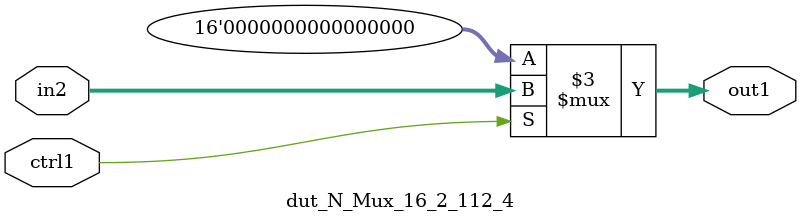
<source format=v>

`timescale 1ps / 1ps


module dut_N_Mux_16_2_112_4( in2, ctrl1, out1 );

    input [15:0] in2;
    input ctrl1;
    output [15:0] out1;
    reg [15:0] out1;

    
    // rtl_process:dut_N_Mux_16_2_112_4/dut_N_Mux_16_2_112_4_thread_1
    always @*
      begin : dut_N_Mux_16_2_112_4_thread_1
        case (ctrl1) 
          1'b1: 
            begin
              out1 = in2;
            end
          default: 
            begin
              out1 = 16'd00000;
            end
        endcase
      end

endmodule




</source>
